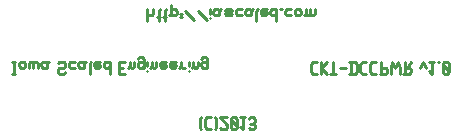
<source format=gbr>
G04 start of page 8 for group -4078 idx -4078 *
G04 Title: (unknown), bottomsilk *
G04 Creator: pcb 20110918 *
G04 CreationDate: Sat 02 Feb 2013 09:39:00 PM GMT UTC *
G04 For: petersen *
G04 Format: Gerber/RS-274X *
G04 PCB-Dimensions: 165000 50000 *
G04 PCB-Coordinate-Origin: lower left *
%MOIN*%
%FSLAX25Y25*%
%LNBOTTOMSILK*%
%ADD35C,0.0100*%
G54D35*X10000Y23000D02*X11000D01*
X10500D02*Y27000D01*
X10000D02*X11000D01*
X12200Y25500D02*Y26500D01*
Y25500D02*X12700Y25000D01*
X13700D01*
X14200Y25500D01*
Y26500D01*
X13700Y27000D02*X14200Y26500D01*
X12700Y27000D02*X13700D01*
X12200Y26500D02*X12700Y27000D01*
X15400Y25000D02*Y26500D01*
X15900Y27000D01*
X16400D01*
X16900Y26500D01*
Y25000D02*Y26500D01*
X17400Y27000D01*
X17900D01*
X18400Y26500D01*
Y25000D02*Y26500D01*
X21100Y25000D02*X21600Y25500D01*
X20100Y25000D02*X21100D01*
X19600Y25500D02*X20100Y25000D01*
X19600Y25500D02*Y26500D01*
X20100Y27000D01*
X21600Y25000D02*Y26500D01*
X22100Y27000D01*
X20100D02*X21100D01*
X21600Y26500D01*
X27100Y23000D02*X27600Y23500D01*
X25600Y23000D02*X27100D01*
X25100Y23500D02*X25600Y23000D01*
X25100Y23500D02*Y24500D01*
X25600Y25000D01*
X27100D01*
X27600Y25500D01*
Y26500D01*
X27100Y27000D02*X27600Y26500D01*
X25600Y27000D02*X27100D01*
X25100Y26500D02*X25600Y27000D01*
X29300Y25000D02*X30800D01*
X28800Y25500D02*X29300Y25000D01*
X28800Y25500D02*Y26500D01*
X29300Y27000D01*
X30800D01*
X33500Y25000D02*X34000Y25500D01*
X32500Y25000D02*X33500D01*
X32000Y25500D02*X32500Y25000D01*
X32000Y25500D02*Y26500D01*
X32500Y27000D01*
X34000Y25000D02*Y26500D01*
X34500Y27000D01*
X32500D02*X33500D01*
X34000Y26500D01*
X35700Y23000D02*Y26500D01*
X36200Y27000D01*
X37700D02*X39200D01*
X37200Y26500D02*X37700Y27000D01*
X37200Y25500D02*Y26500D01*
Y25500D02*X37700Y25000D01*
X38700D01*
X39200Y25500D01*
X37200Y26000D02*X39200D01*
Y25500D02*Y26000D01*
X42400Y23000D02*Y27000D01*
X41900D02*X42400Y26500D01*
X40900Y27000D02*X41900D01*
X40400Y26500D02*X40900Y27000D01*
X40400Y25500D02*Y26500D01*
Y25500D02*X40900Y25000D01*
X41900D01*
X42400Y25500D01*
X45400Y24800D02*X46900D01*
X45400Y27000D02*X47400D01*
X45400Y23000D02*Y27000D01*
Y23000D02*X47400D01*
X49100Y25500D02*Y27000D01*
Y25500D02*X49600Y25000D01*
X50100D01*
X50600Y25500D01*
Y27000D01*
X48600Y25000D02*X49100Y25500D01*
X53300Y25000D02*X53800Y25500D01*
X52300Y25000D02*X53300D01*
X51800Y25500D02*X52300Y25000D01*
X51800Y25500D02*Y26500D01*
X52300Y27000D01*
X53300D01*
X53800Y26500D01*
X51800Y28000D02*X52300Y28500D01*
X53300D01*
X53800Y28000D01*
Y25000D02*Y28000D01*
X55000Y24000D02*Y24100D01*
Y25500D02*Y27000D01*
X56500Y25500D02*Y27000D01*
Y25500D02*X57000Y25000D01*
X57500D01*
X58000Y25500D01*
Y27000D01*
X56000Y25000D02*X56500Y25500D01*
X59700Y27000D02*X61200D01*
X59200Y26500D02*X59700Y27000D01*
X59200Y25500D02*Y26500D01*
Y25500D02*X59700Y25000D01*
X60700D01*
X61200Y25500D01*
X59200Y26000D02*X61200D01*
Y25500D02*Y26000D01*
X62900Y27000D02*X64400D01*
X62400Y26500D02*X62900Y27000D01*
X62400Y25500D02*Y26500D01*
Y25500D02*X62900Y25000D01*
X63900D01*
X64400Y25500D01*
X62400Y26000D02*X64400D01*
Y25500D02*Y26000D01*
X66100Y25500D02*Y27000D01*
Y25500D02*X66600Y25000D01*
X67600D01*
X65600D02*X66100Y25500D01*
X68800Y24000D02*Y24100D01*
Y25500D02*Y27000D01*
X70300Y25500D02*Y27000D01*
Y25500D02*X70800Y25000D01*
X71300D01*
X71800Y25500D01*
Y27000D01*
X69800Y25000D02*X70300Y25500D01*
X74500Y25000D02*X75000Y25500D01*
X73500Y25000D02*X74500D01*
X73000Y25500D02*X73500Y25000D01*
X73000Y25500D02*Y26500D01*
X73500Y27000D01*
X74500D01*
X75000Y26500D01*
X73000Y28000D02*X73500Y28500D01*
X74500D01*
X75000Y28000D01*
Y25000D02*Y28000D01*
X110200Y27000D02*X111500D01*
X109500Y26300D02*X110200Y27000D01*
X109500Y23700D02*Y26300D01*
Y23700D02*X110200Y23000D01*
X111500D01*
X112700D02*Y27000D01*
Y25000D02*X114700Y23000D01*
X112700Y25000D02*X114700Y27000D01*
X115900Y23000D02*X117900D01*
X116900D02*Y27000D01*
X119100Y25000D02*X121100D01*
X122800Y23000D02*Y27000D01*
X124100Y23000D02*X124800Y23700D01*
Y26300D01*
X124100Y27000D02*X124800Y26300D01*
X122300Y27000D02*X124100D01*
X122300Y23000D02*X124100D01*
X126700Y27000D02*X128000D01*
X126000Y26300D02*X126700Y27000D01*
X126000Y23700D02*Y26300D01*
Y23700D02*X126700Y23000D01*
X128000D01*
X129900Y27000D02*X131200D01*
X129200Y26300D02*X129900Y27000D01*
X129200Y23700D02*Y26300D01*
Y23700D02*X129900Y23000D01*
X131200D01*
X132900D02*Y27000D01*
X132400Y23000D02*X134400D01*
X134900Y23500D01*
Y24500D01*
X134400Y25000D02*X134900Y24500D01*
X132900Y25000D02*X134400D01*
X136100Y23000D02*Y25000D01*
X136600Y27000D01*
X137600Y25000D01*
X138600Y27000D01*
X139100Y25000D01*
Y23000D02*Y25000D01*
X140300Y23000D02*X142300D01*
X142800Y23500D01*
Y24500D01*
X142300Y25000D02*X142800Y24500D01*
X140800Y25000D02*X142300D01*
X140800Y23000D02*Y27000D01*
X141600Y25000D02*X142800Y27000D01*
X145800Y25000D02*X146800Y27000D01*
X147800Y25000D02*X146800Y27000D01*
X149000Y23800D02*X149800Y23000D01*
Y27000D01*
X149000D02*X150500D01*
X151700D02*X152200D01*
X153400Y26500D02*X153900Y27000D01*
X153400Y23500D02*Y26500D01*
Y23500D02*X153900Y23000D01*
X154900D01*
X155400Y23500D01*
Y26500D01*
X154900Y27000D02*X155400Y26500D01*
X153900Y27000D02*X154900D01*
X153400Y26000D02*X155400Y24000D01*
X72500Y8000D02*X73000Y8500D01*
X72500Y5000D02*X73000Y4500D01*
X72500Y5000D02*Y8000D01*
X74900Y8500D02*X76200D01*
X74200Y7800D02*X74900Y8500D01*
X74200Y5200D02*Y7800D01*
Y5200D02*X74900Y4500D01*
X76200D01*
X77400D02*X77900Y5000D01*
Y8000D01*
X77400Y8500D02*X77900Y8000D01*
X79100Y5000D02*X79600Y4500D01*
X81100D01*
X81600Y5000D01*
Y6000D01*
X79100Y8500D02*X81600Y6000D01*
X79100Y8500D02*X81600D01*
X82800Y8000D02*X83300Y8500D01*
X82800Y5000D02*Y8000D01*
Y5000D02*X83300Y4500D01*
X84300D01*
X84800Y5000D01*
Y8000D01*
X84300Y8500D02*X84800Y8000D01*
X83300Y8500D02*X84300D01*
X82800Y7500D02*X84800Y5500D01*
X86000Y5300D02*X86800Y4500D01*
Y8500D01*
X86000D02*X87500D01*
X88700Y5000D02*X89200Y4500D01*
X90200D01*
X90700Y5000D01*
X90200Y8500D02*X90700Y8000D01*
X89200Y8500D02*X90200D01*
X88700Y8000D02*X89200Y8500D01*
Y6300D02*X90200D01*
X90700Y5000D02*Y5800D01*
Y6800D02*Y8000D01*
Y6800D02*X90200Y6300D01*
X90700Y5800D02*X90200Y6300D01*
X55000Y40500D02*Y44500D01*
Y43000D02*X55500Y42500D01*
X56500D01*
X57000Y43000D01*
Y44500D01*
X58700Y40500D02*Y44000D01*
X59200Y44500D01*
X58200Y42000D02*X59200D01*
X60700Y40500D02*Y44000D01*
X61200Y44500D01*
X60200Y42000D02*X61200D01*
X62700Y43000D02*Y46000D01*
X62200Y42500D02*X62700Y43000D01*
X63200Y42500D01*
X64200D01*
X64700Y43000D01*
Y44000D01*
X64200Y44500D02*X64700Y44000D01*
X63200Y44500D02*X64200D01*
X62700Y44000D02*X63200Y44500D01*
X65900Y42000D02*X66400D01*
X65900Y43000D02*X66400D01*
X67600Y44000D02*X70600Y41000D01*
X71800Y44000D02*X74800Y41000D01*
X76000Y41500D02*Y41600D01*
Y43000D02*Y44500D01*
X78500Y42500D02*X79000Y43000D01*
X77500Y42500D02*X78500D01*
X77000Y43000D02*X77500Y42500D01*
X77000Y43000D02*Y44000D01*
X77500Y44500D01*
X79000Y42500D02*Y44000D01*
X79500Y44500D01*
X77500D02*X78500D01*
X79000Y44000D01*
X81200Y44500D02*X82700D01*
X83200Y44000D01*
X82700Y43500D02*X83200Y44000D01*
X81200Y43500D02*X82700D01*
X80700Y43000D02*X81200Y43500D01*
X80700Y43000D02*X81200Y42500D01*
X82700D01*
X83200Y43000D01*
X80700Y44000D02*X81200Y44500D01*
X84900Y42500D02*X86400D01*
X84400Y43000D02*X84900Y42500D01*
X84400Y43000D02*Y44000D01*
X84900Y44500D01*
X86400D01*
X89100Y42500D02*X89600Y43000D01*
X88100Y42500D02*X89100D01*
X87600Y43000D02*X88100Y42500D01*
X87600Y43000D02*Y44000D01*
X88100Y44500D01*
X89600Y42500D02*Y44000D01*
X90100Y44500D01*
X88100D02*X89100D01*
X89600Y44000D01*
X91300Y40500D02*Y44000D01*
X91800Y44500D01*
X93300D02*X94800D01*
X92800Y44000D02*X93300Y44500D01*
X92800Y43000D02*Y44000D01*
Y43000D02*X93300Y42500D01*
X94300D01*
X94800Y43000D01*
X92800Y43500D02*X94800D01*
Y43000D02*Y43500D01*
X98000Y40500D02*Y44500D01*
X97500D02*X98000Y44000D01*
X96500Y44500D02*X97500D01*
X96000Y44000D02*X96500Y44500D01*
X96000Y43000D02*Y44000D01*
Y43000D02*X96500Y42500D01*
X97500D01*
X98000Y43000D01*
X99200Y44500D02*X99700D01*
X101400Y42500D02*X102900D01*
X100900Y43000D02*X101400Y42500D01*
X100900Y43000D02*Y44000D01*
X101400Y44500D01*
X102900D01*
X104100Y43000D02*Y44000D01*
Y43000D02*X104600Y42500D01*
X105600D01*
X106100Y43000D01*
Y44000D01*
X105600Y44500D02*X106100Y44000D01*
X104600Y44500D02*X105600D01*
X104100Y44000D02*X104600Y44500D01*
X107800Y43000D02*Y44500D01*
Y43000D02*X108300Y42500D01*
X108800D01*
X109300Y43000D01*
Y44500D01*
Y43000D02*X109800Y42500D01*
X110300D01*
X110800Y43000D01*
Y44500D01*
X107300Y42500D02*X107800Y43000D01*
M02*

</source>
